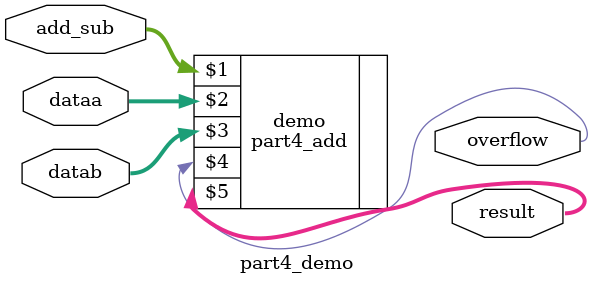
<source format=v>
module part4_demo( 
	input [7:0] add_sub,
	input [7:0] dataa,
	input [7:0] datab,
	output overflow,
	output [7:0] result);
part4_add demo(
	add_sub,
	dataa,
	datab,
	overflow,
	result);
endmodule 
	
</source>
